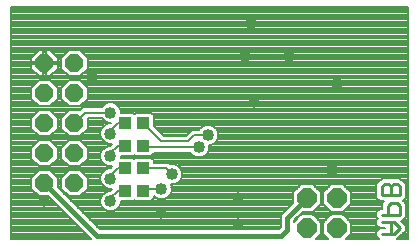
<source format=gbl>
G75*
G70*
%OFA0B0*%
%FSLAX24Y24*%
%IPPOS*%
%LPD*%
%AMOC8*
5,1,8,0,0,1.08239X$1,22.5*
%
%ADD10C,0.0110*%
%ADD11OC8,0.0600*%
%ADD12OC8,0.0640*%
%ADD13R,0.0400X0.0400*%
%ADD14C,0.0080*%
%ADD15C,0.0400*%
%ADD16C,0.0160*%
D10*
X013805Y000658D02*
X014199Y000658D01*
X014396Y000855D01*
X014199Y001051D01*
X013805Y001051D01*
X014100Y001051D02*
X014100Y000658D01*
X014002Y001302D02*
X014002Y001598D01*
X014100Y001696D01*
X014297Y001696D01*
X014396Y001598D01*
X014396Y001302D01*
X013805Y001302D01*
X013805Y001947D02*
X013805Y002242D01*
X013904Y002340D01*
X014002Y002340D01*
X014100Y002242D01*
X014100Y001947D01*
X013805Y001947D02*
X014396Y001947D01*
X014396Y002242D01*
X014297Y002340D01*
X014199Y002340D01*
X014100Y002242D01*
D11*
X003550Y002353D03*
X002550Y002353D03*
X002550Y003353D03*
X003550Y003353D03*
X003550Y004353D03*
X002550Y004353D03*
X002550Y005353D03*
X003550Y005353D03*
X003550Y006353D03*
X002550Y006353D03*
D12*
X011300Y001853D03*
X012300Y001853D03*
X012300Y000853D03*
X011300Y000853D03*
D13*
X005850Y002103D03*
X005250Y002103D03*
X005250Y002853D03*
X005850Y002853D03*
X005850Y003603D03*
X005250Y003603D03*
X005250Y004353D03*
X005850Y004353D03*
D14*
X001440Y000493D02*
X001440Y008213D01*
X014660Y008213D01*
X014660Y000493D01*
X014309Y000493D01*
X014476Y000660D01*
X014591Y000774D01*
X014591Y000935D01*
X014419Y001107D01*
X014476Y001107D01*
X014591Y001221D01*
X014591Y001517D01*
X014591Y001678D01*
X014591Y001678D01*
X014521Y001748D01*
X014497Y001772D01*
X014591Y001866D01*
X014591Y002161D01*
X014591Y002323D01*
X014521Y002393D01*
X014492Y002421D01*
X014448Y002466D01*
X014378Y002535D01*
X014280Y002535D01*
X014118Y002535D01*
X014100Y002518D01*
X014083Y002535D01*
X013984Y002535D01*
X013823Y002535D01*
X013751Y002464D01*
X013709Y002421D01*
X013682Y002395D01*
X007023Y002395D01*
X006993Y002365D02*
X007088Y002460D01*
X007140Y002585D01*
X007140Y002720D01*
X007088Y002845D01*
X006993Y002941D01*
X006868Y002993D01*
X006732Y002993D01*
X006720Y002987D01*
X006675Y003033D01*
X006526Y003033D01*
X006190Y003033D01*
X006190Y003111D01*
X006108Y003193D01*
X005592Y003193D01*
X005550Y003151D01*
X005508Y003193D01*
X005090Y003193D01*
X005090Y003263D01*
X005508Y003263D01*
X005550Y003305D01*
X005592Y003263D01*
X006108Y003263D01*
X006190Y003345D01*
X006190Y003373D01*
X007407Y003373D01*
X007412Y003360D01*
X007508Y003265D01*
X007632Y003213D01*
X007768Y003213D01*
X007893Y003265D01*
X007988Y003360D01*
X008040Y003485D01*
X008040Y003613D01*
X008068Y003613D01*
X008193Y003665D01*
X008288Y003760D01*
X008340Y003885D01*
X008340Y004020D01*
X008288Y004145D01*
X008193Y004241D01*
X008068Y004293D01*
X007932Y004293D01*
X007808Y004241D01*
X007712Y004145D01*
X007707Y004133D01*
X007625Y004133D01*
X007476Y004133D01*
X007276Y003933D01*
X006525Y003933D01*
X006190Y004267D01*
X006190Y004611D01*
X006108Y004693D01*
X005592Y004693D01*
X005550Y004651D01*
X005508Y004693D01*
X005090Y004693D01*
X005090Y004770D01*
X005038Y004895D01*
X004943Y004991D01*
X004818Y005043D01*
X004682Y005043D01*
X004558Y004991D01*
X004462Y004895D01*
X004457Y004883D01*
X003826Y004883D01*
X003734Y004791D01*
X003732Y004793D01*
X003368Y004793D01*
X003110Y004535D01*
X003110Y004171D01*
X003368Y003913D01*
X003732Y003913D01*
X003990Y004171D01*
X003990Y004523D01*
X004457Y004523D01*
X004462Y004510D01*
X004558Y004415D01*
X004682Y004363D01*
X004756Y004363D01*
X004736Y004343D01*
X004682Y004343D01*
X004558Y004291D01*
X004462Y004195D01*
X004410Y004070D01*
X004410Y003935D01*
X004462Y003810D01*
X004558Y003715D01*
X004682Y003663D01*
X004806Y003663D01*
X004736Y003593D01*
X004682Y003593D01*
X004558Y003541D01*
X004462Y003445D01*
X004410Y003320D01*
X004410Y003185D01*
X004462Y003060D01*
X004558Y002965D01*
X004682Y002913D01*
X004806Y002913D01*
X004736Y002843D01*
X004682Y002843D01*
X004558Y002791D01*
X004462Y002695D01*
X004410Y002570D01*
X004410Y002435D01*
X004462Y002310D01*
X004558Y002215D01*
X004682Y002163D01*
X004806Y002163D01*
X004736Y002093D01*
X004682Y002093D01*
X004558Y002041D01*
X004462Y001945D01*
X004410Y001820D01*
X004410Y001685D01*
X004462Y001560D01*
X004558Y001465D01*
X004682Y001413D01*
X004818Y001413D01*
X004943Y001465D01*
X005038Y001560D01*
X005090Y001685D01*
X005090Y001763D01*
X005508Y001763D01*
X005550Y001805D01*
X005592Y001763D01*
X006108Y001763D01*
X006190Y001845D01*
X006304Y001845D01*
X006258Y001865D02*
X006382Y001813D01*
X006518Y001813D01*
X006643Y001865D01*
X006738Y001960D01*
X006790Y002085D01*
X006790Y002220D01*
X006752Y002313D01*
X006868Y002313D01*
X006993Y002365D01*
X006876Y002316D02*
X013610Y002316D01*
X013610Y002323D02*
X013610Y001866D01*
X013724Y001752D01*
X013881Y001752D01*
X013807Y001678D01*
X013807Y001497D01*
X013724Y001497D01*
X013610Y001383D01*
X013610Y001221D01*
X013655Y001177D01*
X013610Y001132D01*
X013610Y000971D01*
X013724Y000856D01*
X013905Y000856D01*
X013905Y000853D01*
X013724Y000853D01*
X013610Y000739D01*
X013610Y000577D01*
X013694Y000493D01*
X012591Y000493D01*
X012760Y000662D01*
X012760Y001043D01*
X012491Y001313D01*
X012110Y001313D01*
X011840Y001043D01*
X011840Y000662D01*
X012010Y000493D01*
X011591Y000493D01*
X011760Y000662D01*
X011760Y001043D01*
X011491Y001313D01*
X011110Y001313D01*
X010870Y001073D01*
X010870Y001112D01*
X011151Y001393D01*
X011491Y001393D01*
X011760Y001662D01*
X011760Y002043D01*
X011491Y002313D01*
X011110Y002313D01*
X010840Y002043D01*
X010840Y001704D01*
X010559Y001423D01*
X010430Y001294D01*
X010430Y000894D01*
X010359Y000823D01*
X004391Y000823D01*
X002990Y002224D01*
X002990Y002535D01*
X002732Y002793D01*
X002368Y002793D01*
X002110Y002535D01*
X002110Y002171D01*
X002368Y001913D01*
X002679Y001913D01*
X004099Y000493D01*
X001440Y000493D01*
X001440Y000510D02*
X004082Y000510D01*
X004003Y000588D02*
X001440Y000588D01*
X001440Y000667D02*
X003925Y000667D01*
X003846Y000745D02*
X001440Y000745D01*
X001440Y000824D02*
X003768Y000824D01*
X003689Y000903D02*
X001440Y000903D01*
X001440Y000981D02*
X003611Y000981D01*
X003532Y001060D02*
X001440Y001060D01*
X001440Y001138D02*
X003454Y001138D01*
X003375Y001217D02*
X001440Y001217D01*
X001440Y001295D02*
X003296Y001295D01*
X003218Y001374D02*
X001440Y001374D01*
X001440Y001452D02*
X003139Y001452D01*
X003061Y001531D02*
X001440Y001531D01*
X001440Y001609D02*
X002982Y001609D01*
X002904Y001688D02*
X001440Y001688D01*
X001440Y001767D02*
X002825Y001767D01*
X002747Y001845D02*
X001440Y001845D01*
X001440Y001924D02*
X002357Y001924D01*
X002279Y002002D02*
X001440Y002002D01*
X001440Y002081D02*
X002200Y002081D01*
X002121Y002159D02*
X001440Y002159D01*
X001440Y002238D02*
X002110Y002238D01*
X002110Y002316D02*
X001440Y002316D01*
X001440Y002395D02*
X002110Y002395D01*
X002110Y002473D02*
X001440Y002473D01*
X001440Y002552D02*
X002127Y002552D01*
X002206Y002631D02*
X001440Y002631D01*
X001440Y002709D02*
X002284Y002709D01*
X002363Y002788D02*
X001440Y002788D01*
X001440Y002866D02*
X004759Y002866D01*
X004605Y002945D02*
X003764Y002945D01*
X003732Y002913D02*
X003990Y003171D01*
X003990Y003535D01*
X003732Y003793D01*
X003368Y003793D01*
X003110Y003535D01*
X003110Y003171D01*
X003368Y002913D01*
X003732Y002913D01*
X003732Y002793D02*
X003368Y002793D01*
X003110Y002535D01*
X003110Y002171D01*
X003368Y001913D01*
X003732Y001913D01*
X003990Y002171D01*
X003990Y002535D01*
X003732Y002793D01*
X003737Y002788D02*
X004554Y002788D01*
X004476Y002709D02*
X003816Y002709D01*
X003895Y002631D02*
X004435Y002631D01*
X004410Y002552D02*
X003973Y002552D01*
X003990Y002473D02*
X004410Y002473D01*
X004427Y002395D02*
X003990Y002395D01*
X003990Y002316D02*
X004459Y002316D01*
X004534Y002238D02*
X003990Y002238D01*
X003979Y002159D02*
X004802Y002159D01*
X004654Y002081D02*
X003900Y002081D01*
X003822Y002002D02*
X004519Y002002D01*
X004453Y001924D02*
X003743Y001924D01*
X003447Y001767D02*
X004410Y001767D01*
X004420Y001845D02*
X003369Y001845D01*
X003357Y001924D02*
X003290Y001924D01*
X003279Y002002D02*
X003212Y002002D01*
X003200Y002081D02*
X003133Y002081D01*
X003121Y002159D02*
X003055Y002159D01*
X003110Y002238D02*
X002990Y002238D01*
X002990Y002316D02*
X003110Y002316D01*
X003110Y002395D02*
X002990Y002395D01*
X002990Y002473D02*
X003110Y002473D01*
X003127Y002552D02*
X002973Y002552D01*
X002895Y002631D02*
X003206Y002631D01*
X003284Y002709D02*
X002816Y002709D01*
X002737Y002788D02*
X003363Y002788D01*
X003336Y002945D02*
X002764Y002945D01*
X002732Y002913D02*
X002990Y003171D01*
X002990Y003535D01*
X002732Y003793D01*
X002368Y003793D01*
X002110Y003535D01*
X002110Y003171D01*
X002368Y002913D01*
X002732Y002913D01*
X002843Y003023D02*
X003257Y003023D01*
X003179Y003102D02*
X002921Y003102D01*
X002990Y003180D02*
X003110Y003180D01*
X003110Y003259D02*
X002990Y003259D01*
X002990Y003337D02*
X003110Y003337D01*
X003110Y003416D02*
X002990Y003416D01*
X002990Y003494D02*
X003110Y003494D01*
X003148Y003573D02*
X002952Y003573D01*
X002874Y003652D02*
X003227Y003652D01*
X003305Y003730D02*
X002795Y003730D01*
X002732Y003913D02*
X002990Y004171D01*
X002990Y004535D01*
X002732Y004793D01*
X002368Y004793D01*
X002110Y004535D01*
X002110Y004171D01*
X002368Y003913D01*
X002732Y003913D01*
X002785Y003966D02*
X003315Y003966D01*
X003236Y004044D02*
X002864Y004044D01*
X002942Y004123D02*
X003158Y004123D01*
X003110Y004201D02*
X002990Y004201D01*
X002990Y004280D02*
X003110Y004280D01*
X003110Y004358D02*
X002990Y004358D01*
X002990Y004437D02*
X003110Y004437D01*
X003110Y004516D02*
X002990Y004516D01*
X002931Y004594D02*
X003169Y004594D01*
X003248Y004673D02*
X002852Y004673D01*
X002774Y004751D02*
X003326Y004751D01*
X003368Y004913D02*
X003732Y004913D01*
X003990Y005171D01*
X003990Y005535D01*
X003732Y005793D01*
X003368Y005793D01*
X003110Y005535D01*
X003110Y005171D01*
X003368Y004913D01*
X003294Y004987D02*
X002806Y004987D01*
X002732Y004913D02*
X002990Y005171D01*
X002990Y005535D01*
X002732Y005793D01*
X002368Y005793D01*
X002110Y005535D01*
X002110Y005171D01*
X002368Y004913D01*
X002732Y004913D01*
X002885Y005065D02*
X003215Y005065D01*
X003137Y005144D02*
X002964Y005144D01*
X002990Y005222D02*
X003110Y005222D01*
X003110Y005301D02*
X002990Y005301D01*
X002990Y005380D02*
X003110Y005380D01*
X003110Y005458D02*
X002990Y005458D01*
X002988Y005537D02*
X003112Y005537D01*
X003190Y005615D02*
X002910Y005615D01*
X002831Y005694D02*
X003269Y005694D01*
X003347Y005772D02*
X002753Y005772D01*
X002732Y005913D02*
X002590Y005913D01*
X002590Y006313D01*
X002590Y006393D01*
X002510Y006393D01*
X002510Y006793D01*
X002368Y006793D01*
X002110Y006535D01*
X002110Y006393D01*
X002510Y006393D01*
X002510Y006313D01*
X002110Y006313D01*
X002110Y006171D01*
X002368Y005913D01*
X002510Y005913D01*
X002510Y006313D01*
X002590Y006313D01*
X002990Y006313D01*
X002990Y006171D01*
X002732Y005913D01*
X002749Y005929D02*
X003351Y005929D01*
X003368Y005913D02*
X003732Y005913D01*
X003990Y006171D01*
X003990Y006535D01*
X003732Y006793D01*
X003368Y006793D01*
X003110Y006535D01*
X003110Y006171D01*
X003368Y005913D01*
X003273Y006008D02*
X002827Y006008D01*
X002906Y006086D02*
X003194Y006086D01*
X003116Y006165D02*
X002985Y006165D01*
X002990Y006244D02*
X003110Y006244D01*
X003110Y006322D02*
X002590Y006322D01*
X002590Y006393D02*
X002990Y006393D01*
X002990Y006535D01*
X002732Y006793D01*
X002590Y006793D01*
X002590Y006393D01*
X002590Y006401D02*
X002510Y006401D01*
X002510Y006479D02*
X002590Y006479D01*
X002590Y006558D02*
X002510Y006558D01*
X002510Y006636D02*
X002590Y006636D01*
X002590Y006715D02*
X002510Y006715D01*
X002290Y006715D02*
X001440Y006715D01*
X001440Y006793D02*
X014660Y006793D01*
X014660Y006715D02*
X003810Y006715D01*
X003889Y006636D02*
X014660Y006636D01*
X014660Y006558D02*
X003967Y006558D01*
X003990Y006479D02*
X014660Y006479D01*
X014660Y006401D02*
X003990Y006401D01*
X003990Y006322D02*
X014660Y006322D01*
X014660Y006244D02*
X003990Y006244D01*
X003985Y006165D02*
X014660Y006165D01*
X014660Y006086D02*
X003906Y006086D01*
X003827Y006008D02*
X014660Y006008D01*
X014660Y005929D02*
X003749Y005929D01*
X003753Y005772D02*
X014660Y005772D01*
X014660Y005694D02*
X003831Y005694D01*
X003910Y005615D02*
X014660Y005615D01*
X014660Y005537D02*
X003988Y005537D01*
X003990Y005458D02*
X014660Y005458D01*
X014660Y005380D02*
X003990Y005380D01*
X003990Y005301D02*
X014660Y005301D01*
X014660Y005222D02*
X003990Y005222D01*
X003964Y005144D02*
X014660Y005144D01*
X014660Y005065D02*
X003885Y005065D01*
X003806Y004987D02*
X004553Y004987D01*
X004475Y004908D02*
X001440Y004908D01*
X001440Y004830D02*
X003773Y004830D01*
X003900Y004703D02*
X004750Y004703D01*
X005066Y004830D02*
X014660Y004830D01*
X014660Y004908D02*
X005025Y004908D01*
X004947Y004987D02*
X014660Y004987D01*
X014660Y004751D02*
X005090Y004751D01*
X005528Y004673D02*
X005572Y004673D01*
X006128Y004673D02*
X014660Y004673D01*
X014660Y004594D02*
X006190Y004594D01*
X006190Y004516D02*
X014660Y004516D01*
X014660Y004437D02*
X006190Y004437D01*
X006190Y004358D02*
X014660Y004358D01*
X014660Y004280D02*
X008099Y004280D01*
X008232Y004201D02*
X014660Y004201D01*
X014660Y004123D02*
X008298Y004123D01*
X008330Y004044D02*
X014660Y004044D01*
X014660Y003966D02*
X008340Y003966D01*
X008340Y003887D02*
X014660Y003887D01*
X014660Y003809D02*
X008308Y003809D01*
X008258Y003730D02*
X014660Y003730D01*
X014660Y003652D02*
X008161Y003652D01*
X008040Y003573D02*
X014660Y003573D01*
X014660Y003494D02*
X008040Y003494D01*
X008011Y003416D02*
X014660Y003416D01*
X014660Y003337D02*
X007966Y003337D01*
X007879Y003259D02*
X014660Y003259D01*
X014660Y003180D02*
X006121Y003180D01*
X006190Y003102D02*
X014660Y003102D01*
X014660Y003023D02*
X006684Y003023D01*
X006600Y002853D02*
X006800Y002653D01*
X007112Y002788D02*
X014660Y002788D01*
X014660Y002866D02*
X007068Y002866D01*
X006984Y002945D02*
X014660Y002945D01*
X014660Y002709D02*
X007140Y002709D01*
X007140Y002631D02*
X014660Y002631D01*
X014660Y002552D02*
X007126Y002552D01*
X007094Y002473D02*
X013761Y002473D01*
X013709Y002421D02*
X013709Y002421D01*
X013682Y002395D02*
X013610Y002323D01*
X013610Y002238D02*
X012566Y002238D01*
X012491Y002313D02*
X012110Y002313D01*
X011840Y002043D01*
X011840Y001662D01*
X012110Y001393D01*
X012491Y001393D01*
X012760Y001662D01*
X012760Y002043D01*
X012491Y002313D01*
X012644Y002159D02*
X013610Y002159D01*
X013610Y002081D02*
X012723Y002081D01*
X012760Y002002D02*
X013610Y002002D01*
X013610Y001924D02*
X012760Y001924D01*
X012760Y001845D02*
X013631Y001845D01*
X013710Y001767D02*
X012760Y001767D01*
X012760Y001688D02*
X013817Y001688D01*
X013807Y001609D02*
X012707Y001609D01*
X012629Y001531D02*
X013807Y001531D01*
X013679Y001452D02*
X012550Y001452D01*
X012508Y001295D02*
X013610Y001295D01*
X013615Y001217D02*
X012587Y001217D01*
X012665Y001138D02*
X013616Y001138D01*
X013610Y001060D02*
X012744Y001060D01*
X012760Y000981D02*
X013610Y000981D01*
X013678Y000903D02*
X012760Y000903D01*
X012760Y000824D02*
X013696Y000824D01*
X013617Y000745D02*
X012760Y000745D01*
X012760Y000667D02*
X013610Y000667D01*
X013610Y000588D02*
X012686Y000588D01*
X012608Y000510D02*
X013677Y000510D01*
X014327Y000510D02*
X014660Y000510D01*
X014660Y000588D02*
X014405Y000588D01*
X014484Y000667D02*
X014660Y000667D01*
X014660Y000745D02*
X014562Y000745D01*
X014591Y000824D02*
X014660Y000824D01*
X014660Y000903D02*
X014591Y000903D01*
X014545Y000981D02*
X014660Y000981D01*
X014660Y001060D02*
X014466Y001060D01*
X014507Y001138D02*
X014660Y001138D01*
X014660Y001217D02*
X014586Y001217D01*
X014591Y001295D02*
X014660Y001295D01*
X014660Y001374D02*
X014591Y001374D01*
X014591Y001452D02*
X014660Y001452D01*
X014660Y001531D02*
X014591Y001531D01*
X014591Y001609D02*
X014660Y001609D01*
X014660Y001688D02*
X014581Y001688D01*
X014502Y001767D02*
X014660Y001767D01*
X014660Y001845D02*
X014570Y001845D01*
X014591Y001924D02*
X014660Y001924D01*
X014660Y002002D02*
X014591Y002002D01*
X014591Y002081D02*
X014660Y002081D01*
X014660Y002159D02*
X014591Y002159D01*
X014591Y002238D02*
X014660Y002238D01*
X014660Y002316D02*
X014591Y002316D01*
X014591Y002323D02*
X014591Y002323D01*
X014660Y002395D02*
X014519Y002395D01*
X014492Y002421D02*
X014492Y002421D01*
X014440Y002473D02*
X014660Y002473D01*
X014378Y002535D02*
X014378Y002535D01*
X013610Y001374D02*
X011132Y001374D01*
X011092Y001295D02*
X011054Y001295D01*
X011014Y001217D02*
X010975Y001217D01*
X010935Y001138D02*
X010897Y001138D01*
X010510Y001374D02*
X003840Y001374D01*
X003762Y001452D02*
X004587Y001452D01*
X004491Y001531D02*
X003683Y001531D01*
X003605Y001609D02*
X004441Y001609D01*
X004410Y001688D02*
X003526Y001688D01*
X003919Y001295D02*
X010432Y001295D01*
X010430Y001217D02*
X003997Y001217D01*
X004076Y001138D02*
X010430Y001138D01*
X010430Y001060D02*
X004154Y001060D01*
X004233Y000981D02*
X010430Y000981D01*
X010430Y000903D02*
X004311Y000903D01*
X004390Y000824D02*
X010360Y000824D01*
X010589Y001452D02*
X004913Y001452D01*
X005009Y001531D02*
X010667Y001531D01*
X010746Y001609D02*
X005059Y001609D01*
X005090Y001688D02*
X010824Y001688D01*
X010840Y001767D02*
X006112Y001767D01*
X006190Y001845D02*
X006190Y001932D01*
X006258Y001865D01*
X006198Y001924D02*
X006190Y001924D01*
X006450Y002153D02*
X005900Y002153D01*
X005850Y002103D01*
X005250Y002103D02*
X005000Y002103D01*
X004750Y001853D01*
X004750Y001753D01*
X005512Y001767D02*
X005588Y001767D01*
X006596Y001845D02*
X010840Y001845D01*
X010840Y001924D02*
X006702Y001924D01*
X006756Y002002D02*
X010840Y002002D01*
X010878Y002081D02*
X006788Y002081D01*
X006790Y002159D02*
X010956Y002159D01*
X011035Y002238D02*
X006783Y002238D01*
X006600Y002853D02*
X005850Y002853D01*
X005580Y003180D02*
X005521Y003180D01*
X005090Y003259D02*
X007521Y003259D01*
X007435Y003337D02*
X006183Y003337D01*
X005900Y003553D02*
X005850Y003603D01*
X005900Y003553D02*
X007700Y003553D01*
X007350Y003753D02*
X006450Y003753D01*
X005850Y004353D01*
X006190Y004280D02*
X007902Y004280D01*
X007768Y004201D02*
X006256Y004201D01*
X006335Y004123D02*
X007466Y004123D01*
X007387Y004044D02*
X006413Y004044D01*
X006492Y003966D02*
X007309Y003966D01*
X007350Y003753D02*
X007550Y003953D01*
X008000Y003953D01*
X005250Y003603D02*
X005000Y003603D01*
X004750Y003353D01*
X004750Y003253D01*
X004450Y003416D02*
X003990Y003416D01*
X003990Y003494D02*
X004511Y003494D01*
X004635Y003573D02*
X003952Y003573D01*
X003874Y003652D02*
X004794Y003652D01*
X004542Y003730D02*
X003795Y003730D01*
X003785Y003966D02*
X004410Y003966D01*
X004410Y004044D02*
X003864Y004044D01*
X003942Y004123D02*
X004432Y004123D01*
X004468Y004201D02*
X003990Y004201D01*
X003990Y004280D02*
X004547Y004280D01*
X004535Y004437D02*
X003990Y004437D01*
X003990Y004358D02*
X004751Y004358D01*
X005000Y004353D02*
X004750Y004103D01*
X004750Y004003D01*
X004430Y003887D02*
X001440Y003887D01*
X001440Y003809D02*
X004463Y003809D01*
X004417Y003337D02*
X003990Y003337D01*
X003990Y003259D02*
X004410Y003259D01*
X004412Y003180D02*
X003990Y003180D01*
X003921Y003102D02*
X004445Y003102D01*
X004499Y003023D02*
X003843Y003023D01*
X004750Y002603D02*
X004750Y002503D01*
X004750Y002603D02*
X005000Y002853D01*
X005250Y002853D01*
X005250Y004353D02*
X005000Y004353D01*
X004460Y004516D02*
X003990Y004516D01*
X003900Y004703D02*
X003550Y004353D01*
X002326Y004751D02*
X001440Y004751D01*
X001440Y004673D02*
X002248Y004673D01*
X002169Y004594D02*
X001440Y004594D01*
X001440Y004516D02*
X002110Y004516D01*
X002110Y004437D02*
X001440Y004437D01*
X001440Y004358D02*
X002110Y004358D01*
X002110Y004280D02*
X001440Y004280D01*
X001440Y004201D02*
X002110Y004201D01*
X002158Y004123D02*
X001440Y004123D01*
X001440Y004044D02*
X002236Y004044D01*
X002315Y003966D02*
X001440Y003966D01*
X001440Y003730D02*
X002305Y003730D01*
X002227Y003652D02*
X001440Y003652D01*
X001440Y003573D02*
X002148Y003573D01*
X002110Y003494D02*
X001440Y003494D01*
X001440Y003416D02*
X002110Y003416D01*
X002110Y003337D02*
X001440Y003337D01*
X001440Y003259D02*
X002110Y003259D01*
X002110Y003180D02*
X001440Y003180D01*
X001440Y003102D02*
X002179Y003102D01*
X002257Y003023D02*
X001440Y003023D01*
X001440Y002945D02*
X002336Y002945D01*
X002294Y004987D02*
X001440Y004987D01*
X001440Y005065D02*
X002215Y005065D01*
X002137Y005144D02*
X001440Y005144D01*
X001440Y005222D02*
X002110Y005222D01*
X002110Y005301D02*
X001440Y005301D01*
X001440Y005380D02*
X002110Y005380D01*
X002110Y005458D02*
X001440Y005458D01*
X001440Y005537D02*
X002112Y005537D01*
X002190Y005615D02*
X001440Y005615D01*
X001440Y005694D02*
X002269Y005694D01*
X002347Y005772D02*
X001440Y005772D01*
X001440Y005851D02*
X014660Y005851D01*
X014660Y006872D02*
X001440Y006872D01*
X001440Y006950D02*
X014660Y006950D01*
X014660Y007029D02*
X001440Y007029D01*
X001440Y007107D02*
X014660Y007107D01*
X014660Y007186D02*
X001440Y007186D01*
X001440Y007265D02*
X014660Y007265D01*
X014660Y007343D02*
X001440Y007343D01*
X001440Y007422D02*
X014660Y007422D01*
X014660Y007500D02*
X001440Y007500D01*
X001440Y007579D02*
X014660Y007579D01*
X014660Y007657D02*
X001440Y007657D01*
X001440Y007736D02*
X014660Y007736D01*
X014660Y007814D02*
X001440Y007814D01*
X001440Y007893D02*
X014660Y007893D01*
X014660Y007971D02*
X001440Y007971D01*
X001440Y008050D02*
X014660Y008050D01*
X014660Y008129D02*
X001440Y008129D01*
X001440Y008207D02*
X014660Y008207D01*
X012035Y002238D02*
X011566Y002238D01*
X011644Y002159D02*
X011956Y002159D01*
X011878Y002081D02*
X011723Y002081D01*
X011760Y002002D02*
X011840Y002002D01*
X011840Y001924D02*
X011760Y001924D01*
X011760Y001845D02*
X011840Y001845D01*
X011840Y001767D02*
X011760Y001767D01*
X011760Y001688D02*
X011840Y001688D01*
X011893Y001609D02*
X011707Y001609D01*
X011629Y001531D02*
X011971Y001531D01*
X012050Y001452D02*
X011550Y001452D01*
X011508Y001295D02*
X012092Y001295D01*
X012014Y001217D02*
X011587Y001217D01*
X011665Y001138D02*
X011935Y001138D01*
X011857Y001060D02*
X011744Y001060D01*
X011760Y000981D02*
X011840Y000981D01*
X011840Y000903D02*
X011760Y000903D01*
X011760Y000824D02*
X011840Y000824D01*
X011840Y000745D02*
X011760Y000745D01*
X011760Y000667D02*
X011840Y000667D01*
X011914Y000588D02*
X011686Y000588D01*
X011608Y000510D02*
X011993Y000510D01*
X002590Y005929D02*
X002510Y005929D01*
X002510Y006008D02*
X002590Y006008D01*
X002590Y006086D02*
X002510Y006086D01*
X002510Y006165D02*
X002590Y006165D01*
X002590Y006244D02*
X002510Y006244D01*
X002510Y006322D02*
X001440Y006322D01*
X001440Y006244D02*
X002110Y006244D01*
X002116Y006165D02*
X001440Y006165D01*
X001440Y006086D02*
X002194Y006086D01*
X002273Y006008D02*
X001440Y006008D01*
X001440Y005929D02*
X002351Y005929D01*
X002110Y006401D02*
X001440Y006401D01*
X001440Y006479D02*
X002110Y006479D01*
X002133Y006558D02*
X001440Y006558D01*
X001440Y006636D02*
X002211Y006636D01*
X002810Y006715D02*
X003290Y006715D01*
X003211Y006636D02*
X002889Y006636D01*
X002967Y006558D02*
X003133Y006558D01*
X003110Y006479D02*
X002990Y006479D01*
X002990Y006401D02*
X003110Y006401D01*
D15*
X004150Y005853D03*
X004750Y004703D03*
X004750Y004003D03*
X004750Y003253D03*
X004750Y002503D03*
X004750Y001753D03*
X006450Y002153D03*
X006800Y002653D03*
X007700Y003553D03*
X008000Y003953D03*
X009550Y005053D03*
X009250Y006603D03*
X010700Y006603D03*
X012300Y005653D03*
X009450Y007703D03*
X012150Y002803D03*
X009000Y001853D03*
X009000Y001003D03*
X006450Y001353D03*
X002550Y001753D03*
D16*
X002550Y002353D02*
X004300Y000603D01*
X010450Y000603D01*
X010650Y000803D01*
X010650Y001203D01*
X011300Y001853D01*
M02*

</source>
